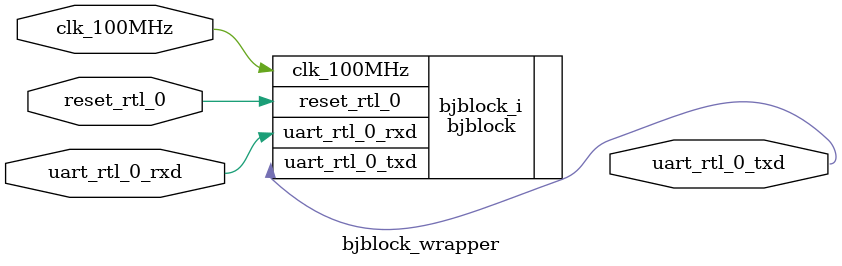
<source format=v>
`timescale 1 ps / 1 ps

module bjblock_wrapper
   (clk_100MHz,
    reset_rtl_0,
    uart_rtl_0_rxd,
    uart_rtl_0_txd);
  input clk_100MHz;
  input reset_rtl_0;
  input uart_rtl_0_rxd;
  output uart_rtl_0_txd;

  wire clk_100MHz;
  wire reset_rtl_0;
  wire uart_rtl_0_rxd;
  wire uart_rtl_0_txd;

  bjblock bjblock_i
       (.clk_100MHz(clk_100MHz),
        .reset_rtl_0(reset_rtl_0),
        .uart_rtl_0_rxd(uart_rtl_0_rxd),
        .uart_rtl_0_txd(uart_rtl_0_txd));
endmodule

</source>
